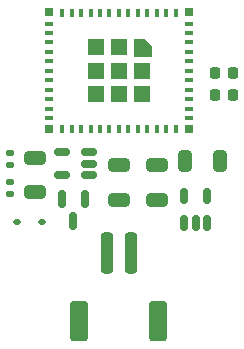
<source format=gbp>
G04 #@! TF.GenerationSoftware,KiCad,Pcbnew,7.0.11*
G04 #@! TF.CreationDate,2025-04-13T23:55:20+09:00*
G04 #@! TF.ProjectId,sch16t_evt,73636831-3674-45f6-9576-742e6b696361,rev?*
G04 #@! TF.SameCoordinates,Original*
G04 #@! TF.FileFunction,Paste,Bot*
G04 #@! TF.FilePolarity,Positive*
%FSLAX46Y46*%
G04 Gerber Fmt 4.6, Leading zero omitted, Abs format (unit mm)*
G04 Created by KiCad (PCBNEW 7.0.11) date 2025-04-13 23:55:20*
%MOMM*%
%LPD*%
G01*
G04 APERTURE LIST*
G04 Aperture macros list*
%AMRoundRect*
0 Rectangle with rounded corners*
0 $1 Rounding radius*
0 $2 $3 $4 $5 $6 $7 $8 $9 X,Y pos of 4 corners*
0 Add a 4 corners polygon primitive as box body*
4,1,4,$2,$3,$4,$5,$6,$7,$8,$9,$2,$3,0*
0 Add four circle primitives for the rounded corners*
1,1,$1+$1,$2,$3*
1,1,$1+$1,$4,$5*
1,1,$1+$1,$6,$7*
1,1,$1+$1,$8,$9*
0 Add four rect primitives between the rounded corners*
20,1,$1+$1,$2,$3,$4,$5,0*
20,1,$1+$1,$4,$5,$6,$7,0*
20,1,$1+$1,$6,$7,$8,$9,0*
20,1,$1+$1,$8,$9,$2,$3,0*%
G04 Aperture macros list end*
%ADD10C,0.010000*%
%ADD11RoundRect,0.250000X0.325000X0.650000X-0.325000X0.650000X-0.325000X-0.650000X0.325000X-0.650000X0*%
%ADD12RoundRect,0.250000X0.650000X-0.325000X0.650000X0.325000X-0.650000X0.325000X-0.650000X-0.325000X0*%
%ADD13RoundRect,0.150000X0.150000X-0.512500X0.150000X0.512500X-0.150000X0.512500X-0.150000X-0.512500X0*%
%ADD14RoundRect,0.225000X-0.225000X-0.250000X0.225000X-0.250000X0.225000X0.250000X-0.225000X0.250000X0*%
%ADD15RoundRect,0.150000X-0.150000X0.587500X-0.150000X-0.587500X0.150000X-0.587500X0.150000X0.587500X0*%
%ADD16RoundRect,0.250000X0.250000X1.500000X-0.250000X1.500000X-0.250000X-1.500000X0.250000X-1.500000X0*%
%ADD17RoundRect,0.250001X0.499999X1.449999X-0.499999X1.449999X-0.499999X-1.449999X0.499999X-1.449999X0*%
%ADD18RoundRect,0.135000X0.185000X-0.135000X0.185000X0.135000X-0.185000X0.135000X-0.185000X-0.135000X0*%
%ADD19RoundRect,0.150000X0.512500X0.150000X-0.512500X0.150000X-0.512500X-0.150000X0.512500X-0.150000X0*%
%ADD20RoundRect,0.135000X-0.185000X0.135000X-0.185000X-0.135000X0.185000X-0.135000X0.185000X0.135000X0*%
%ADD21R,0.800000X0.400000*%
%ADD22R,0.400000X0.800000*%
%ADD23R,1.450000X1.450000*%
%ADD24R,0.700000X0.700000*%
%ADD25RoundRect,0.112500X0.187500X0.112500X-0.187500X0.112500X-0.187500X-0.112500X0.187500X-0.112500X0*%
G04 APERTURE END LIST*
D10*
X152700000Y-89500000D02*
X152700000Y-90350000D01*
X151250000Y-90350000D01*
X151250000Y-88900000D01*
X152100000Y-88900000D01*
X152700000Y-89500000D01*
G36*
X152700000Y-89500000D02*
G01*
X152700000Y-90350000D01*
X151250000Y-90350000D01*
X151250000Y-88900000D01*
X152100000Y-88900000D01*
X152700000Y-89500000D01*
G37*
D11*
X158550000Y-99250000D03*
X155600000Y-99250000D03*
D12*
X153250000Y-102550000D03*
X153250000Y-99600000D03*
D13*
X157450000Y-104487500D03*
X156500000Y-104487500D03*
X155550000Y-104487500D03*
X155550000Y-102212500D03*
X157450000Y-102212500D03*
D14*
X158147000Y-91750000D03*
X159697000Y-91750000D03*
D15*
X145200000Y-102462500D03*
X147100000Y-102462500D03*
X146150000Y-104337500D03*
D16*
X151000000Y-107000000D03*
X149000000Y-107000000D03*
D17*
X153350000Y-112750000D03*
X146650000Y-112750000D03*
D12*
X142900000Y-101900000D03*
X142900000Y-98950000D03*
D18*
X140750000Y-102000000D03*
X140750000Y-100980000D03*
D19*
X147475000Y-98500000D03*
X147475000Y-99450000D03*
X147475000Y-100400000D03*
X145200000Y-100400000D03*
X145200000Y-98500000D03*
D20*
X140750000Y-98580000D03*
X140750000Y-99600000D03*
D21*
X155900000Y-87600000D03*
X155900000Y-88400000D03*
X155900000Y-89200000D03*
X155900000Y-90000000D03*
X155900000Y-90800000D03*
X155900000Y-91600000D03*
X155900000Y-92400000D03*
X155900000Y-93200000D03*
X155900000Y-94000000D03*
X155900000Y-94800000D03*
X155900000Y-95600000D03*
D22*
X154800000Y-96500000D03*
X154000000Y-96500000D03*
X153200000Y-96500000D03*
X152400000Y-96500000D03*
X151600000Y-96500000D03*
X150800000Y-96500000D03*
X150000000Y-96500000D03*
X149200000Y-96500000D03*
X148400000Y-96500000D03*
X147600000Y-96500000D03*
X146800000Y-96500000D03*
X146000000Y-96500000D03*
X145200000Y-96500000D03*
D21*
X144100000Y-95600000D03*
X144100000Y-94800000D03*
X144100000Y-94000000D03*
X144100000Y-93200000D03*
X144100000Y-92400000D03*
X144100000Y-91600000D03*
X144100000Y-90800000D03*
X144100000Y-90000000D03*
X144100000Y-89200000D03*
X144100000Y-88400000D03*
X144100000Y-87600000D03*
D22*
X145200000Y-86700000D03*
X146000000Y-86700000D03*
X146800000Y-86700000D03*
X147600000Y-86700000D03*
X148400000Y-86700000D03*
X149200000Y-86700000D03*
X150000000Y-86700000D03*
X150800000Y-86700000D03*
X151600000Y-86700000D03*
X152400000Y-86700000D03*
X153200000Y-86700000D03*
X154000000Y-86700000D03*
X154800000Y-86700000D03*
D23*
X150000000Y-89625000D03*
X148025000Y-89625000D03*
X151975000Y-91600000D03*
X150000000Y-91600000D03*
X148025000Y-91600000D03*
X151975000Y-93575000D03*
X150000000Y-93575000D03*
X148025000Y-93575000D03*
D24*
X144050000Y-86650000D03*
X144050000Y-96550000D03*
X155950000Y-96550000D03*
X155950000Y-86650000D03*
D12*
X150037500Y-102500000D03*
X150037500Y-99550000D03*
D25*
X143500000Y-104400000D03*
X141400000Y-104400000D03*
D14*
X158150000Y-93655000D03*
X159700000Y-93655000D03*
M02*

</source>
